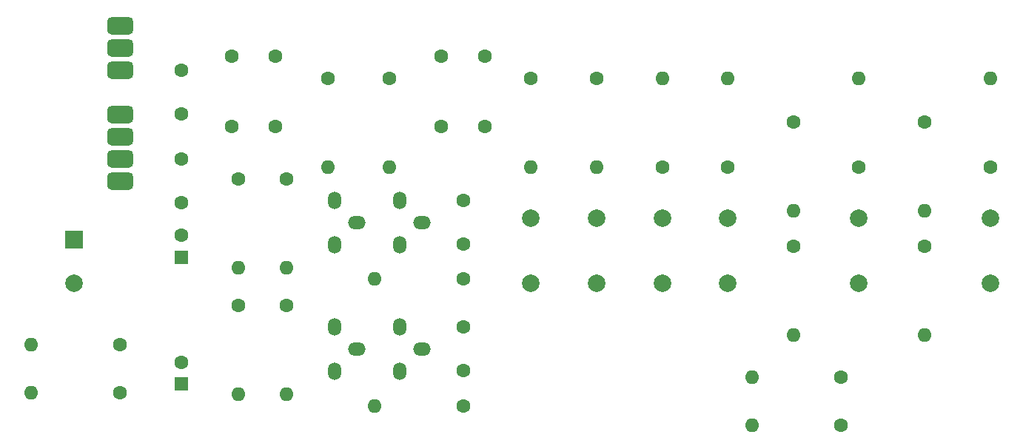
<source format=gts>
G04 #@! TF.GenerationSoftware,KiCad,Pcbnew,(5.1.7)-1*
G04 #@! TF.CreationDate,2022-12-29T19:39:36+01:00*
G04 #@! TF.ProjectId,Klang-Modul,4b6c616e-672d-44d6-9f64-756c2e6b6963,rev?*
G04 #@! TF.SameCoordinates,Original*
G04 #@! TF.FileFunction,Soldermask,Top*
G04 #@! TF.FilePolarity,Negative*
%FSLAX46Y46*%
G04 Gerber Fmt 4.6, Leading zero omitted, Abs format (unit mm)*
G04 Created by KiCad (PCBNEW (5.1.7)-1) date 2022-12-29 19:39:36*
%MOMM*%
%LPD*%
G01*
G04 APERTURE LIST*
%ADD10C,1.600000*%
%ADD11R,1.600000X1.600000*%
%ADD12C,2.000000*%
%ADD13R,2.000000X2.000000*%
%ADD14O,1.600000X1.600000*%
%ADD15O,2.000000X1.500000*%
%ADD16O,1.500000X2.000000*%
G04 APERTURE END LIST*
D10*
X69750000Y-36000000D03*
X64750000Y-36000000D03*
X88750000Y-44000000D03*
X93750000Y-44000000D03*
X88750000Y-36000000D03*
X93750000Y-36000000D03*
X69750000Y-44000000D03*
X64750000Y-44000000D03*
G36*
G01*
X51000000Y-49280000D02*
X53000000Y-49280000D01*
G75*
G02*
X53500000Y-49780000I0J-500000D01*
G01*
X53500000Y-50780000D01*
G75*
G02*
X53000000Y-51280000I-500000J0D01*
G01*
X51000000Y-51280000D01*
G75*
G02*
X50500000Y-50780000I0J500000D01*
G01*
X50500000Y-49780000D01*
G75*
G02*
X51000000Y-49280000I500000J0D01*
G01*
G37*
G36*
G01*
X51000000Y-46740000D02*
X53000000Y-46740000D01*
G75*
G02*
X53500000Y-47240000I0J-500000D01*
G01*
X53500000Y-48240000D01*
G75*
G02*
X53000000Y-48740000I-500000J0D01*
G01*
X51000000Y-48740000D01*
G75*
G02*
X50500000Y-48240000I0J500000D01*
G01*
X50500000Y-47240000D01*
G75*
G02*
X51000000Y-46740000I500000J0D01*
G01*
G37*
G36*
G01*
X51000000Y-44200000D02*
X53000000Y-44200000D01*
G75*
G02*
X53500000Y-44700000I0J-500000D01*
G01*
X53500000Y-45700000D01*
G75*
G02*
X53000000Y-46200000I-500000J0D01*
G01*
X51000000Y-46200000D01*
G75*
G02*
X50500000Y-45700000I0J500000D01*
G01*
X50500000Y-44700000D01*
G75*
G02*
X51000000Y-44200000I500000J0D01*
G01*
G37*
G36*
G01*
X51000000Y-41660000D02*
X53000000Y-41660000D01*
G75*
G02*
X53500000Y-42160000I0J-500000D01*
G01*
X53500000Y-43160000D01*
G75*
G02*
X53000000Y-43660000I-500000J0D01*
G01*
X51000000Y-43660000D01*
G75*
G02*
X50500000Y-43160000I0J500000D01*
G01*
X50500000Y-42160000D01*
G75*
G02*
X51000000Y-41660000I500000J0D01*
G01*
G37*
G36*
G01*
X51000000Y-36580000D02*
X53000000Y-36580000D01*
G75*
G02*
X53500000Y-37080000I0J-500000D01*
G01*
X53500000Y-38080000D01*
G75*
G02*
X53000000Y-38580000I-500000J0D01*
G01*
X51000000Y-38580000D01*
G75*
G02*
X50500000Y-38080000I0J500000D01*
G01*
X50500000Y-37080000D01*
G75*
G02*
X51000000Y-36580000I500000J0D01*
G01*
G37*
G36*
G01*
X51000000Y-34040000D02*
X53000000Y-34040000D01*
G75*
G02*
X53500000Y-34540000I0J-500000D01*
G01*
X53500000Y-35540000D01*
G75*
G02*
X53000000Y-36040000I-500000J0D01*
G01*
X51000000Y-36040000D01*
G75*
G02*
X50500000Y-35540000I0J500000D01*
G01*
X50500000Y-34540000D01*
G75*
G02*
X51000000Y-34040000I500000J0D01*
G01*
G37*
G36*
G01*
X51000000Y-31500000D02*
X53000000Y-31500000D01*
G75*
G02*
X53500000Y-32000000I0J-500000D01*
G01*
X53500000Y-33000000D01*
G75*
G02*
X53000000Y-33500000I-500000J0D01*
G01*
X51000000Y-33500000D01*
G75*
G02*
X50500000Y-33000000I0J500000D01*
G01*
X50500000Y-32000000D01*
G75*
G02*
X51000000Y-31500000I500000J0D01*
G01*
G37*
D11*
X59000000Y-59000000D03*
D10*
X59000000Y-56500000D03*
D11*
X59000000Y-73500000D03*
D10*
X59000000Y-71000000D03*
X59000000Y-42580000D03*
X59000000Y-37580000D03*
X91250000Y-52500000D03*
X91250000Y-57500000D03*
X59000000Y-47750000D03*
X59000000Y-52750000D03*
X91250000Y-67000000D03*
X91250000Y-72000000D03*
D12*
X151500000Y-62000000D03*
X151500000Y-54500000D03*
X106500000Y-54500000D03*
X106500000Y-62000000D03*
X114000000Y-62000000D03*
X114000000Y-54500000D03*
X136500000Y-62000000D03*
X136500000Y-54500000D03*
X99000000Y-54500000D03*
X99000000Y-62000000D03*
X121500000Y-62000000D03*
X121500000Y-54500000D03*
D13*
X46750000Y-57000000D03*
D12*
X46750000Y-62000000D03*
D10*
X52000000Y-69000000D03*
D14*
X41840000Y-69000000D03*
D15*
X79040000Y-55040000D03*
D16*
X76500000Y-52500000D03*
X76500000Y-57580000D03*
D15*
X86540000Y-55040000D03*
D16*
X84000000Y-52500000D03*
X84000000Y-57580000D03*
D15*
X79040000Y-69540000D03*
D16*
X76500000Y-67000000D03*
X76500000Y-72080000D03*
D15*
X86540000Y-69540000D03*
D16*
X84000000Y-67000000D03*
X84000000Y-72080000D03*
D10*
X71000000Y-50000000D03*
D14*
X71000000Y-60160000D03*
D10*
X82750000Y-38500000D03*
D14*
X82750000Y-48660000D03*
D10*
X144000000Y-43500000D03*
D14*
X144000000Y-53660000D03*
D10*
X106500000Y-38500000D03*
D14*
X106500000Y-48660000D03*
D10*
X114000000Y-48660000D03*
D14*
X114000000Y-38500000D03*
D10*
X75750000Y-38500000D03*
D14*
X75750000Y-48660000D03*
D10*
X129000000Y-43500000D03*
D14*
X129000000Y-53660000D03*
D10*
X136500000Y-48660000D03*
D14*
X136500000Y-38500000D03*
D10*
X99000000Y-38500000D03*
D14*
X99000000Y-48660000D03*
D10*
X121500000Y-48660000D03*
D14*
X121500000Y-38500000D03*
D10*
X144000000Y-57750000D03*
D14*
X144000000Y-67910000D03*
D10*
X129000000Y-57750000D03*
D14*
X129000000Y-67910000D03*
D10*
X65500000Y-50000000D03*
D14*
X65500000Y-60160000D03*
D10*
X91250000Y-61500000D03*
D14*
X81090000Y-61500000D03*
D10*
X134455000Y-72750000D03*
D14*
X124295000Y-72750000D03*
D10*
X71000000Y-64500000D03*
D14*
X71000000Y-74660000D03*
D10*
X65500000Y-64500000D03*
D14*
X65500000Y-74660000D03*
D10*
X52000000Y-74500000D03*
D14*
X41840000Y-74500000D03*
D10*
X91250000Y-76000000D03*
D14*
X81090000Y-76000000D03*
D10*
X134455000Y-78250000D03*
D14*
X124295000Y-78250000D03*
D10*
X151500000Y-48660000D03*
D14*
X151500000Y-38500000D03*
M02*

</source>
